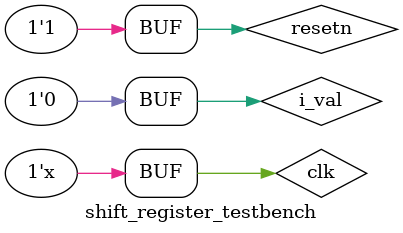
<source format=v>
`timescale 1ns / 1ps

module shift_register_testbench();
    reg clk;
    reg resetn;
    reg i_val;
    wire [9:0] o_led;
    
    initial begin
        clk <= 0;
        resetn <= 1;
        i_val <= 0;

        #100 // initialization
        
		#25 resetn <= 0;
        
		#20 resetn <= 1;
        
		#20 i_val <= 1;
		#20 i_val <= 0;
		#40 i_val <= 1;
		#40 i_val <= 0;
    end
    
    always begin
        #10 clk <= ~clk;
    end
        
    
    shift_register shift_inst(
    .clk(clk),
    .resetn(resetn),
    .i_val(i_val),
    .o_led(o_led)
    );

endmodule

</source>
